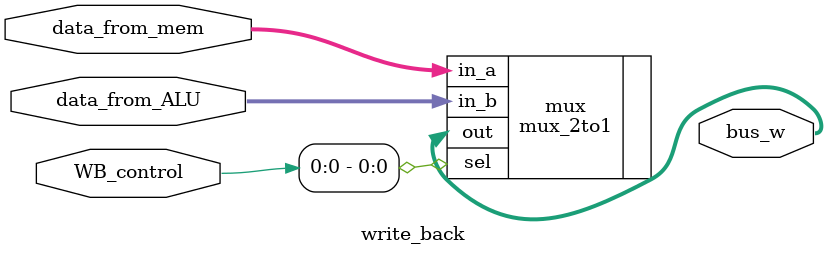
<source format=v>
`timescale 1ns / 1ps
module write_back(
						input [1:0]WB_control,
						input [31:0]data_from_mem,
						input [31:0]data_from_ALU,
						output [31:0]bus_w
    );

mux_2to1 #(32) mux (
	.in_a(data_from_mem),
	.in_b(data_from_ALU),
	.sel(WB_control[0]),
	.out(bus_w)
    );

endmodule

</source>
